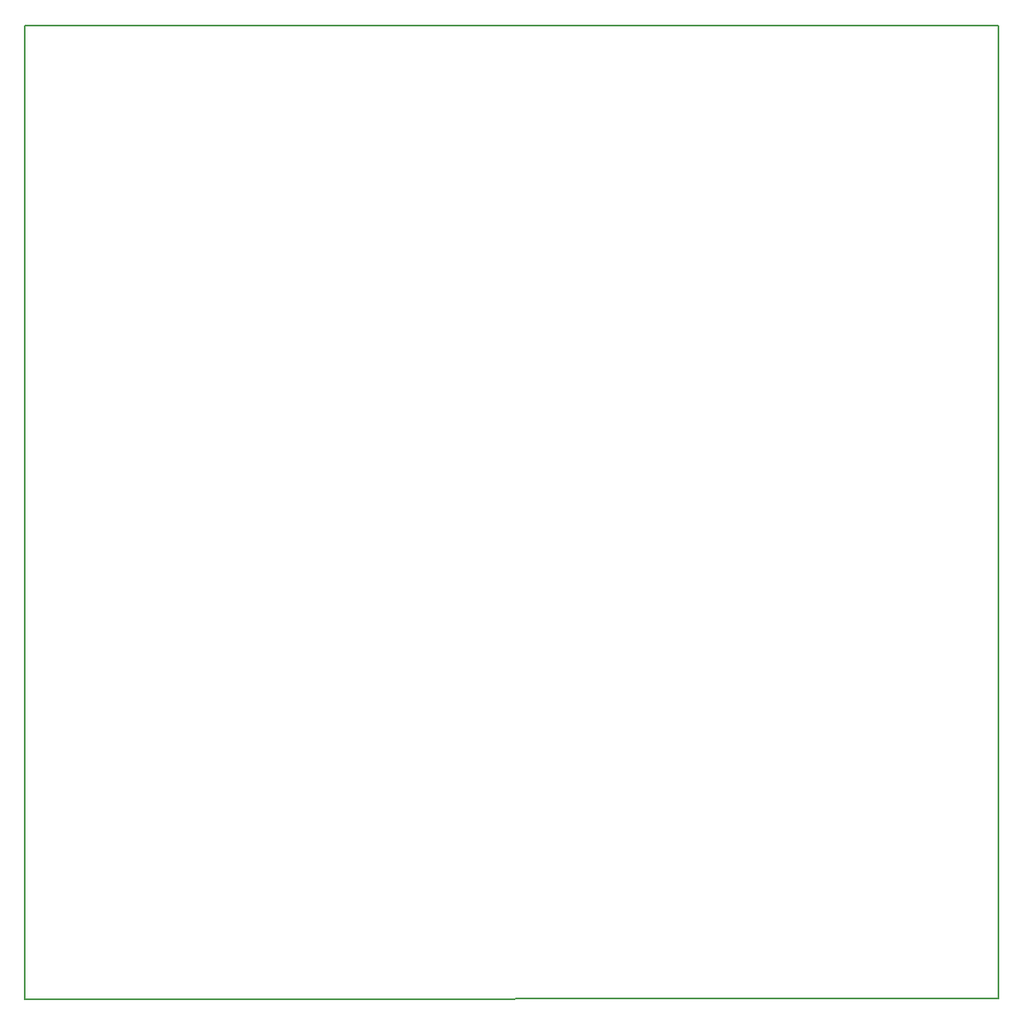
<source format=gbr>
%FSLAX23Y23*%
%MOIN*%
G04 EasyPC Gerber Version 17.0 Build 3379 *
%ADD77C,0.00500*%
X0Y0D02*
D02*
D77*
X345Y157D02*
X4282Y158D01*
Y4094*
X345*
Y157*
X0Y0D02*
M02*

</source>
